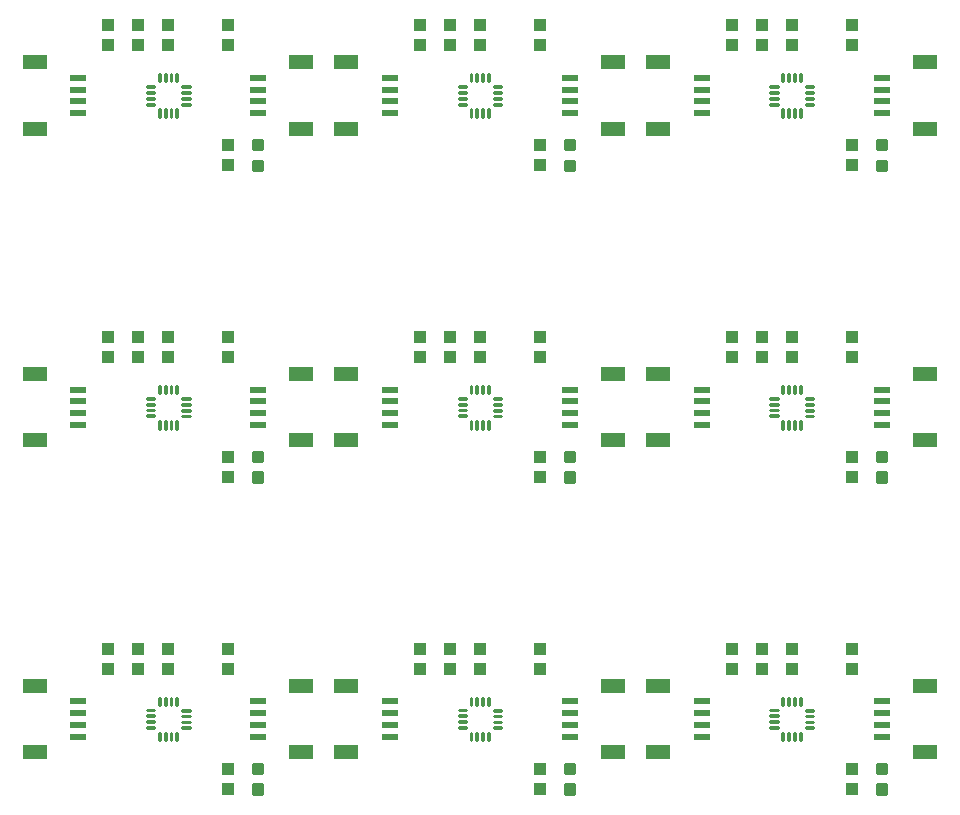
<source format=gtp>
G04 EAGLE Gerber RS-274X export*
G75*
%MOMM*%
%FSLAX34Y34*%
%LPD*%
%INSolderpaste Top*%
%IPPOS*%
%AMOC8*
5,1,8,0,0,1.08239X$1,22.5*%
G01*
%ADD10R,1.000000X1.100000*%
%ADD11C,0.300000*%
%ADD12R,2.000000X1.200000*%
%ADD13R,1.350000X0.600000*%
%ADD14C,0.225000*%


D10*
X177800Y186300D03*
X177800Y169300D03*
X127000Y169300D03*
X127000Y186300D03*
D11*
X199700Y70930D02*
X206700Y70930D01*
X206700Y63930D01*
X199700Y63930D01*
X199700Y70930D01*
X199700Y66780D02*
X206700Y66780D01*
X206700Y69630D02*
X199700Y69630D01*
X199700Y88470D02*
X206700Y88470D01*
X206700Y81470D01*
X199700Y81470D01*
X199700Y88470D01*
X199700Y84320D02*
X206700Y84320D01*
X206700Y87170D02*
X199700Y87170D01*
D12*
X239950Y99000D03*
X239950Y155000D03*
D13*
X203200Y112000D03*
X203200Y122000D03*
X203200Y132000D03*
X203200Y142000D03*
D12*
X14050Y155000D03*
X14050Y99000D03*
D13*
X50800Y142000D03*
X50800Y132000D03*
X50800Y122000D03*
X50800Y112000D03*
D10*
X177800Y84700D03*
X177800Y67700D03*
D14*
X119085Y108895D02*
X119085Y115145D01*
X119835Y115145D01*
X119835Y108895D01*
X119085Y108895D01*
X119085Y111032D02*
X119835Y111032D01*
X119835Y113169D02*
X119085Y113169D01*
X124085Y115145D02*
X124085Y108895D01*
X124085Y115145D02*
X124835Y115145D01*
X124835Y108895D01*
X124085Y108895D01*
X124085Y111032D02*
X124835Y111032D01*
X124835Y113169D02*
X124085Y113169D01*
X129085Y115145D02*
X129085Y108895D01*
X129085Y115145D02*
X129835Y115145D01*
X129835Y108895D01*
X129085Y108895D01*
X129085Y111032D02*
X129835Y111032D01*
X129835Y113169D02*
X129085Y113169D01*
X134085Y115145D02*
X134085Y108895D01*
X134085Y115145D02*
X134835Y115145D01*
X134835Y108895D01*
X134085Y108895D01*
X134085Y111032D02*
X134835Y111032D01*
X134835Y113169D02*
X134085Y113169D01*
X138955Y119915D02*
X145205Y119915D01*
X145205Y119165D01*
X138955Y119165D01*
X138955Y119915D01*
X138955Y124915D02*
X145205Y124915D01*
X145205Y124165D01*
X138955Y124165D01*
X138955Y124915D01*
X138955Y129915D02*
X145205Y129915D01*
X145205Y129165D01*
X138955Y129165D01*
X138955Y129915D01*
X138955Y134915D02*
X145205Y134915D01*
X145205Y134165D01*
X138955Y134165D01*
X138955Y134915D01*
X134835Y138935D02*
X134835Y145185D01*
X134835Y138935D02*
X134085Y138935D01*
X134085Y145185D01*
X134835Y145185D01*
X134835Y141072D02*
X134085Y141072D01*
X134085Y143209D02*
X134835Y143209D01*
X129835Y145185D02*
X129835Y138935D01*
X129085Y138935D01*
X129085Y145185D01*
X129835Y145185D01*
X129835Y141072D02*
X129085Y141072D01*
X129085Y143209D02*
X129835Y143209D01*
X124835Y145185D02*
X124835Y138935D01*
X124085Y138935D01*
X124085Y145185D01*
X124835Y145185D01*
X124835Y141072D02*
X124085Y141072D01*
X124085Y143209D02*
X124835Y143209D01*
X119835Y145185D02*
X119835Y138935D01*
X119085Y138935D01*
X119085Y145185D01*
X119835Y145185D01*
X119835Y141072D02*
X119085Y141072D01*
X119085Y143209D02*
X119835Y143209D01*
X115165Y134265D02*
X108915Y134265D01*
X108915Y135015D01*
X115165Y135015D01*
X115165Y134265D01*
X115165Y129265D02*
X108915Y129265D01*
X108915Y130015D01*
X115165Y130015D01*
X115165Y129265D01*
X115165Y124265D02*
X108915Y124265D01*
X108915Y125015D01*
X115165Y125015D01*
X115165Y124265D01*
X115165Y119265D02*
X108915Y119265D01*
X108915Y120015D01*
X115165Y120015D01*
X115165Y119265D01*
D10*
X76200Y186300D03*
X76200Y169300D03*
X101600Y169300D03*
X101600Y186300D03*
X441808Y186300D03*
X441808Y169300D03*
X391008Y169300D03*
X391008Y186300D03*
D11*
X463708Y70930D02*
X470708Y70930D01*
X470708Y63930D01*
X463708Y63930D01*
X463708Y70930D01*
X463708Y66780D02*
X470708Y66780D01*
X470708Y69630D02*
X463708Y69630D01*
X463708Y88470D02*
X470708Y88470D01*
X470708Y81470D01*
X463708Y81470D01*
X463708Y88470D01*
X463708Y84320D02*
X470708Y84320D01*
X470708Y87170D02*
X463708Y87170D01*
D12*
X503958Y99000D03*
X503958Y155000D03*
D13*
X467208Y112000D03*
X467208Y122000D03*
X467208Y132000D03*
X467208Y142000D03*
D12*
X278058Y155000D03*
X278058Y99000D03*
D13*
X314808Y142000D03*
X314808Y132000D03*
X314808Y122000D03*
X314808Y112000D03*
D10*
X441808Y84700D03*
X441808Y67700D03*
D14*
X383093Y108895D02*
X383093Y115145D01*
X383843Y115145D01*
X383843Y108895D01*
X383093Y108895D01*
X383093Y111032D02*
X383843Y111032D01*
X383843Y113169D02*
X383093Y113169D01*
X388093Y115145D02*
X388093Y108895D01*
X388093Y115145D02*
X388843Y115145D01*
X388843Y108895D01*
X388093Y108895D01*
X388093Y111032D02*
X388843Y111032D01*
X388843Y113169D02*
X388093Y113169D01*
X393093Y115145D02*
X393093Y108895D01*
X393093Y115145D02*
X393843Y115145D01*
X393843Y108895D01*
X393093Y108895D01*
X393093Y111032D02*
X393843Y111032D01*
X393843Y113169D02*
X393093Y113169D01*
X398093Y115145D02*
X398093Y108895D01*
X398093Y115145D02*
X398843Y115145D01*
X398843Y108895D01*
X398093Y108895D01*
X398093Y111032D02*
X398843Y111032D01*
X398843Y113169D02*
X398093Y113169D01*
X402963Y119915D02*
X409213Y119915D01*
X409213Y119165D01*
X402963Y119165D01*
X402963Y119915D01*
X402963Y124915D02*
X409213Y124915D01*
X409213Y124165D01*
X402963Y124165D01*
X402963Y124915D01*
X402963Y129915D02*
X409213Y129915D01*
X409213Y129165D01*
X402963Y129165D01*
X402963Y129915D01*
X402963Y134915D02*
X409213Y134915D01*
X409213Y134165D01*
X402963Y134165D01*
X402963Y134915D01*
X398843Y138935D02*
X398843Y145185D01*
X398843Y138935D02*
X398093Y138935D01*
X398093Y145185D01*
X398843Y145185D01*
X398843Y141072D02*
X398093Y141072D01*
X398093Y143209D02*
X398843Y143209D01*
X393843Y145185D02*
X393843Y138935D01*
X393093Y138935D01*
X393093Y145185D01*
X393843Y145185D01*
X393843Y141072D02*
X393093Y141072D01*
X393093Y143209D02*
X393843Y143209D01*
X388843Y145185D02*
X388843Y138935D01*
X388093Y138935D01*
X388093Y145185D01*
X388843Y145185D01*
X388843Y141072D02*
X388093Y141072D01*
X388093Y143209D02*
X388843Y143209D01*
X383843Y145185D02*
X383843Y138935D01*
X383093Y138935D01*
X383093Y145185D01*
X383843Y145185D01*
X383843Y141072D02*
X383093Y141072D01*
X383093Y143209D02*
X383843Y143209D01*
X379173Y134265D02*
X372923Y134265D01*
X372923Y135015D01*
X379173Y135015D01*
X379173Y134265D01*
X379173Y129265D02*
X372923Y129265D01*
X372923Y130015D01*
X379173Y130015D01*
X379173Y129265D01*
X379173Y124265D02*
X372923Y124265D01*
X372923Y125015D01*
X379173Y125015D01*
X379173Y124265D01*
X379173Y119265D02*
X372923Y119265D01*
X372923Y120015D01*
X379173Y120015D01*
X379173Y119265D01*
D10*
X340208Y186300D03*
X340208Y169300D03*
X365608Y169300D03*
X365608Y186300D03*
X705790Y186300D03*
X705790Y169300D03*
X654990Y169300D03*
X654990Y186300D03*
D11*
X727690Y70930D02*
X734690Y70930D01*
X734690Y63930D01*
X727690Y63930D01*
X727690Y70930D01*
X727690Y66780D02*
X734690Y66780D01*
X734690Y69630D02*
X727690Y69630D01*
X727690Y88470D02*
X734690Y88470D01*
X734690Y81470D01*
X727690Y81470D01*
X727690Y88470D01*
X727690Y84320D02*
X734690Y84320D01*
X734690Y87170D02*
X727690Y87170D01*
D12*
X767940Y99000D03*
X767940Y155000D03*
D13*
X731190Y112000D03*
X731190Y122000D03*
X731190Y132000D03*
X731190Y142000D03*
D12*
X542040Y155000D03*
X542040Y99000D03*
D13*
X578790Y142000D03*
X578790Y132000D03*
X578790Y122000D03*
X578790Y112000D03*
D10*
X705790Y84700D03*
X705790Y67700D03*
D14*
X647075Y108895D02*
X647075Y115145D01*
X647825Y115145D01*
X647825Y108895D01*
X647075Y108895D01*
X647075Y111032D02*
X647825Y111032D01*
X647825Y113169D02*
X647075Y113169D01*
X652075Y115145D02*
X652075Y108895D01*
X652075Y115145D02*
X652825Y115145D01*
X652825Y108895D01*
X652075Y108895D01*
X652075Y111032D02*
X652825Y111032D01*
X652825Y113169D02*
X652075Y113169D01*
X657075Y115145D02*
X657075Y108895D01*
X657075Y115145D02*
X657825Y115145D01*
X657825Y108895D01*
X657075Y108895D01*
X657075Y111032D02*
X657825Y111032D01*
X657825Y113169D02*
X657075Y113169D01*
X662075Y115145D02*
X662075Y108895D01*
X662075Y115145D02*
X662825Y115145D01*
X662825Y108895D01*
X662075Y108895D01*
X662075Y111032D02*
X662825Y111032D01*
X662825Y113169D02*
X662075Y113169D01*
X666945Y119915D02*
X673195Y119915D01*
X673195Y119165D01*
X666945Y119165D01*
X666945Y119915D01*
X666945Y124915D02*
X673195Y124915D01*
X673195Y124165D01*
X666945Y124165D01*
X666945Y124915D01*
X666945Y129915D02*
X673195Y129915D01*
X673195Y129165D01*
X666945Y129165D01*
X666945Y129915D01*
X666945Y134915D02*
X673195Y134915D01*
X673195Y134165D01*
X666945Y134165D01*
X666945Y134915D01*
X662825Y138935D02*
X662825Y145185D01*
X662825Y138935D02*
X662075Y138935D01*
X662075Y145185D01*
X662825Y145185D01*
X662825Y141072D02*
X662075Y141072D01*
X662075Y143209D02*
X662825Y143209D01*
X657825Y145185D02*
X657825Y138935D01*
X657075Y138935D01*
X657075Y145185D01*
X657825Y145185D01*
X657825Y141072D02*
X657075Y141072D01*
X657075Y143209D02*
X657825Y143209D01*
X652825Y145185D02*
X652825Y138935D01*
X652075Y138935D01*
X652075Y145185D01*
X652825Y145185D01*
X652825Y141072D02*
X652075Y141072D01*
X652075Y143209D02*
X652825Y143209D01*
X647825Y145185D02*
X647825Y138935D01*
X647075Y138935D01*
X647075Y145185D01*
X647825Y145185D01*
X647825Y141072D02*
X647075Y141072D01*
X647075Y143209D02*
X647825Y143209D01*
X643155Y134265D02*
X636905Y134265D01*
X636905Y135015D01*
X643155Y135015D01*
X643155Y134265D01*
X643155Y129265D02*
X636905Y129265D01*
X636905Y130015D01*
X643155Y130015D01*
X643155Y129265D01*
X643155Y124265D02*
X636905Y124265D01*
X636905Y125015D01*
X643155Y125015D01*
X643155Y124265D01*
X643155Y119265D02*
X636905Y119265D01*
X636905Y120015D01*
X643155Y120015D01*
X643155Y119265D01*
D10*
X604190Y186300D03*
X604190Y169300D03*
X629590Y169300D03*
X629590Y186300D03*
X177800Y450308D03*
X177800Y433308D03*
X127000Y433308D03*
X127000Y450308D03*
D11*
X199700Y334938D02*
X206700Y334938D01*
X206700Y327938D01*
X199700Y327938D01*
X199700Y334938D01*
X199700Y330788D02*
X206700Y330788D01*
X206700Y333638D02*
X199700Y333638D01*
X199700Y352478D02*
X206700Y352478D01*
X206700Y345478D01*
X199700Y345478D01*
X199700Y352478D01*
X199700Y348328D02*
X206700Y348328D01*
X206700Y351178D02*
X199700Y351178D01*
D12*
X239950Y363008D03*
X239950Y419008D03*
D13*
X203200Y376008D03*
X203200Y386008D03*
X203200Y396008D03*
X203200Y406008D03*
D12*
X14050Y419008D03*
X14050Y363008D03*
D13*
X50800Y406008D03*
X50800Y396008D03*
X50800Y386008D03*
X50800Y376008D03*
D10*
X177800Y348708D03*
X177800Y331708D03*
D14*
X119085Y372903D02*
X119085Y379153D01*
X119835Y379153D01*
X119835Y372903D01*
X119085Y372903D01*
X119085Y375040D02*
X119835Y375040D01*
X119835Y377177D02*
X119085Y377177D01*
X124085Y379153D02*
X124085Y372903D01*
X124085Y379153D02*
X124835Y379153D01*
X124835Y372903D01*
X124085Y372903D01*
X124085Y375040D02*
X124835Y375040D01*
X124835Y377177D02*
X124085Y377177D01*
X129085Y379153D02*
X129085Y372903D01*
X129085Y379153D02*
X129835Y379153D01*
X129835Y372903D01*
X129085Y372903D01*
X129085Y375040D02*
X129835Y375040D01*
X129835Y377177D02*
X129085Y377177D01*
X134085Y379153D02*
X134085Y372903D01*
X134085Y379153D02*
X134835Y379153D01*
X134835Y372903D01*
X134085Y372903D01*
X134085Y375040D02*
X134835Y375040D01*
X134835Y377177D02*
X134085Y377177D01*
X138955Y383923D02*
X145205Y383923D01*
X145205Y383173D01*
X138955Y383173D01*
X138955Y383923D01*
X138955Y388923D02*
X145205Y388923D01*
X145205Y388173D01*
X138955Y388173D01*
X138955Y388923D01*
X138955Y393923D02*
X145205Y393923D01*
X145205Y393173D01*
X138955Y393173D01*
X138955Y393923D01*
X138955Y398923D02*
X145205Y398923D01*
X145205Y398173D01*
X138955Y398173D01*
X138955Y398923D01*
X134835Y402943D02*
X134835Y409193D01*
X134835Y402943D02*
X134085Y402943D01*
X134085Y409193D01*
X134835Y409193D01*
X134835Y405080D02*
X134085Y405080D01*
X134085Y407217D02*
X134835Y407217D01*
X129835Y409193D02*
X129835Y402943D01*
X129085Y402943D01*
X129085Y409193D01*
X129835Y409193D01*
X129835Y405080D02*
X129085Y405080D01*
X129085Y407217D02*
X129835Y407217D01*
X124835Y409193D02*
X124835Y402943D01*
X124085Y402943D01*
X124085Y409193D01*
X124835Y409193D01*
X124835Y405080D02*
X124085Y405080D01*
X124085Y407217D02*
X124835Y407217D01*
X119835Y409193D02*
X119835Y402943D01*
X119085Y402943D01*
X119085Y409193D01*
X119835Y409193D01*
X119835Y405080D02*
X119085Y405080D01*
X119085Y407217D02*
X119835Y407217D01*
X115165Y398273D02*
X108915Y398273D01*
X108915Y399023D01*
X115165Y399023D01*
X115165Y398273D01*
X115165Y393273D02*
X108915Y393273D01*
X108915Y394023D01*
X115165Y394023D01*
X115165Y393273D01*
X115165Y388273D02*
X108915Y388273D01*
X108915Y389023D01*
X115165Y389023D01*
X115165Y388273D01*
X115165Y383273D02*
X108915Y383273D01*
X108915Y384023D01*
X115165Y384023D01*
X115165Y383273D01*
D10*
X76200Y450308D03*
X76200Y433308D03*
X101600Y433308D03*
X101600Y450308D03*
X441808Y450308D03*
X441808Y433308D03*
X391008Y433308D03*
X391008Y450308D03*
D11*
X463708Y334938D02*
X470708Y334938D01*
X470708Y327938D01*
X463708Y327938D01*
X463708Y334938D01*
X463708Y330788D02*
X470708Y330788D01*
X470708Y333638D02*
X463708Y333638D01*
X463708Y352478D02*
X470708Y352478D01*
X470708Y345478D01*
X463708Y345478D01*
X463708Y352478D01*
X463708Y348328D02*
X470708Y348328D01*
X470708Y351178D02*
X463708Y351178D01*
D12*
X503958Y363008D03*
X503958Y419008D03*
D13*
X467208Y376008D03*
X467208Y386008D03*
X467208Y396008D03*
X467208Y406008D03*
D12*
X278058Y419008D03*
X278058Y363008D03*
D13*
X314808Y406008D03*
X314808Y396008D03*
X314808Y386008D03*
X314808Y376008D03*
D10*
X441808Y348708D03*
X441808Y331708D03*
D14*
X383093Y372903D02*
X383093Y379153D01*
X383843Y379153D01*
X383843Y372903D01*
X383093Y372903D01*
X383093Y375040D02*
X383843Y375040D01*
X383843Y377177D02*
X383093Y377177D01*
X388093Y379153D02*
X388093Y372903D01*
X388093Y379153D02*
X388843Y379153D01*
X388843Y372903D01*
X388093Y372903D01*
X388093Y375040D02*
X388843Y375040D01*
X388843Y377177D02*
X388093Y377177D01*
X393093Y379153D02*
X393093Y372903D01*
X393093Y379153D02*
X393843Y379153D01*
X393843Y372903D01*
X393093Y372903D01*
X393093Y375040D02*
X393843Y375040D01*
X393843Y377177D02*
X393093Y377177D01*
X398093Y379153D02*
X398093Y372903D01*
X398093Y379153D02*
X398843Y379153D01*
X398843Y372903D01*
X398093Y372903D01*
X398093Y375040D02*
X398843Y375040D01*
X398843Y377177D02*
X398093Y377177D01*
X402963Y383923D02*
X409213Y383923D01*
X409213Y383173D01*
X402963Y383173D01*
X402963Y383923D01*
X402963Y388923D02*
X409213Y388923D01*
X409213Y388173D01*
X402963Y388173D01*
X402963Y388923D01*
X402963Y393923D02*
X409213Y393923D01*
X409213Y393173D01*
X402963Y393173D01*
X402963Y393923D01*
X402963Y398923D02*
X409213Y398923D01*
X409213Y398173D01*
X402963Y398173D01*
X402963Y398923D01*
X398843Y402943D02*
X398843Y409193D01*
X398843Y402943D02*
X398093Y402943D01*
X398093Y409193D01*
X398843Y409193D01*
X398843Y405080D02*
X398093Y405080D01*
X398093Y407217D02*
X398843Y407217D01*
X393843Y409193D02*
X393843Y402943D01*
X393093Y402943D01*
X393093Y409193D01*
X393843Y409193D01*
X393843Y405080D02*
X393093Y405080D01*
X393093Y407217D02*
X393843Y407217D01*
X388843Y409193D02*
X388843Y402943D01*
X388093Y402943D01*
X388093Y409193D01*
X388843Y409193D01*
X388843Y405080D02*
X388093Y405080D01*
X388093Y407217D02*
X388843Y407217D01*
X383843Y409193D02*
X383843Y402943D01*
X383093Y402943D01*
X383093Y409193D01*
X383843Y409193D01*
X383843Y405080D02*
X383093Y405080D01*
X383093Y407217D02*
X383843Y407217D01*
X379173Y398273D02*
X372923Y398273D01*
X372923Y399023D01*
X379173Y399023D01*
X379173Y398273D01*
X379173Y393273D02*
X372923Y393273D01*
X372923Y394023D01*
X379173Y394023D01*
X379173Y393273D01*
X379173Y388273D02*
X372923Y388273D01*
X372923Y389023D01*
X379173Y389023D01*
X379173Y388273D01*
X379173Y383273D02*
X372923Y383273D01*
X372923Y384023D01*
X379173Y384023D01*
X379173Y383273D01*
D10*
X340208Y450308D03*
X340208Y433308D03*
X365608Y433308D03*
X365608Y450308D03*
X705790Y450308D03*
X705790Y433308D03*
X654990Y433308D03*
X654990Y450308D03*
D11*
X727690Y334938D02*
X734690Y334938D01*
X734690Y327938D01*
X727690Y327938D01*
X727690Y334938D01*
X727690Y330788D02*
X734690Y330788D01*
X734690Y333638D02*
X727690Y333638D01*
X727690Y352478D02*
X734690Y352478D01*
X734690Y345478D01*
X727690Y345478D01*
X727690Y352478D01*
X727690Y348328D02*
X734690Y348328D01*
X734690Y351178D02*
X727690Y351178D01*
D12*
X767940Y363008D03*
X767940Y419008D03*
D13*
X731190Y376008D03*
X731190Y386008D03*
X731190Y396008D03*
X731190Y406008D03*
D12*
X542040Y419008D03*
X542040Y363008D03*
D13*
X578790Y406008D03*
X578790Y396008D03*
X578790Y386008D03*
X578790Y376008D03*
D10*
X705790Y348708D03*
X705790Y331708D03*
D14*
X647075Y372903D02*
X647075Y379153D01*
X647825Y379153D01*
X647825Y372903D01*
X647075Y372903D01*
X647075Y375040D02*
X647825Y375040D01*
X647825Y377177D02*
X647075Y377177D01*
X652075Y379153D02*
X652075Y372903D01*
X652075Y379153D02*
X652825Y379153D01*
X652825Y372903D01*
X652075Y372903D01*
X652075Y375040D02*
X652825Y375040D01*
X652825Y377177D02*
X652075Y377177D01*
X657075Y379153D02*
X657075Y372903D01*
X657075Y379153D02*
X657825Y379153D01*
X657825Y372903D01*
X657075Y372903D01*
X657075Y375040D02*
X657825Y375040D01*
X657825Y377177D02*
X657075Y377177D01*
X662075Y379153D02*
X662075Y372903D01*
X662075Y379153D02*
X662825Y379153D01*
X662825Y372903D01*
X662075Y372903D01*
X662075Y375040D02*
X662825Y375040D01*
X662825Y377177D02*
X662075Y377177D01*
X666945Y383923D02*
X673195Y383923D01*
X673195Y383173D01*
X666945Y383173D01*
X666945Y383923D01*
X666945Y388923D02*
X673195Y388923D01*
X673195Y388173D01*
X666945Y388173D01*
X666945Y388923D01*
X666945Y393923D02*
X673195Y393923D01*
X673195Y393173D01*
X666945Y393173D01*
X666945Y393923D01*
X666945Y398923D02*
X673195Y398923D01*
X673195Y398173D01*
X666945Y398173D01*
X666945Y398923D01*
X662825Y402943D02*
X662825Y409193D01*
X662825Y402943D02*
X662075Y402943D01*
X662075Y409193D01*
X662825Y409193D01*
X662825Y405080D02*
X662075Y405080D01*
X662075Y407217D02*
X662825Y407217D01*
X657825Y409193D02*
X657825Y402943D01*
X657075Y402943D01*
X657075Y409193D01*
X657825Y409193D01*
X657825Y405080D02*
X657075Y405080D01*
X657075Y407217D02*
X657825Y407217D01*
X652825Y409193D02*
X652825Y402943D01*
X652075Y402943D01*
X652075Y409193D01*
X652825Y409193D01*
X652825Y405080D02*
X652075Y405080D01*
X652075Y407217D02*
X652825Y407217D01*
X647825Y409193D02*
X647825Y402943D01*
X647075Y402943D01*
X647075Y409193D01*
X647825Y409193D01*
X647825Y405080D02*
X647075Y405080D01*
X647075Y407217D02*
X647825Y407217D01*
X643155Y398273D02*
X636905Y398273D01*
X636905Y399023D01*
X643155Y399023D01*
X643155Y398273D01*
X643155Y393273D02*
X636905Y393273D01*
X636905Y394023D01*
X643155Y394023D01*
X643155Y393273D01*
X643155Y388273D02*
X636905Y388273D01*
X636905Y389023D01*
X643155Y389023D01*
X643155Y388273D01*
X643155Y383273D02*
X636905Y383273D01*
X636905Y384023D01*
X643155Y384023D01*
X643155Y383273D01*
D10*
X604190Y450308D03*
X604190Y433308D03*
X629590Y433308D03*
X629590Y450308D03*
X177800Y714290D03*
X177800Y697290D03*
X127000Y697290D03*
X127000Y714290D03*
D11*
X199700Y598920D02*
X206700Y598920D01*
X206700Y591920D01*
X199700Y591920D01*
X199700Y598920D01*
X199700Y594770D02*
X206700Y594770D01*
X206700Y597620D02*
X199700Y597620D01*
X199700Y616460D02*
X206700Y616460D01*
X206700Y609460D01*
X199700Y609460D01*
X199700Y616460D01*
X199700Y612310D02*
X206700Y612310D01*
X206700Y615160D02*
X199700Y615160D01*
D12*
X239950Y626990D03*
X239950Y682990D03*
D13*
X203200Y639990D03*
X203200Y649990D03*
X203200Y659990D03*
X203200Y669990D03*
D12*
X14050Y682990D03*
X14050Y626990D03*
D13*
X50800Y669990D03*
X50800Y659990D03*
X50800Y649990D03*
X50800Y639990D03*
D10*
X177800Y612690D03*
X177800Y595690D03*
D14*
X119085Y636885D02*
X119085Y643135D01*
X119835Y643135D01*
X119835Y636885D01*
X119085Y636885D01*
X119085Y639022D02*
X119835Y639022D01*
X119835Y641159D02*
X119085Y641159D01*
X124085Y643135D02*
X124085Y636885D01*
X124085Y643135D02*
X124835Y643135D01*
X124835Y636885D01*
X124085Y636885D01*
X124085Y639022D02*
X124835Y639022D01*
X124835Y641159D02*
X124085Y641159D01*
X129085Y643135D02*
X129085Y636885D01*
X129085Y643135D02*
X129835Y643135D01*
X129835Y636885D01*
X129085Y636885D01*
X129085Y639022D02*
X129835Y639022D01*
X129835Y641159D02*
X129085Y641159D01*
X134085Y643135D02*
X134085Y636885D01*
X134085Y643135D02*
X134835Y643135D01*
X134835Y636885D01*
X134085Y636885D01*
X134085Y639022D02*
X134835Y639022D01*
X134835Y641159D02*
X134085Y641159D01*
X138955Y647905D02*
X145205Y647905D01*
X145205Y647155D01*
X138955Y647155D01*
X138955Y647905D01*
X138955Y652905D02*
X145205Y652905D01*
X145205Y652155D01*
X138955Y652155D01*
X138955Y652905D01*
X138955Y657905D02*
X145205Y657905D01*
X145205Y657155D01*
X138955Y657155D01*
X138955Y657905D01*
X138955Y662905D02*
X145205Y662905D01*
X145205Y662155D01*
X138955Y662155D01*
X138955Y662905D01*
X134835Y666925D02*
X134835Y673175D01*
X134835Y666925D02*
X134085Y666925D01*
X134085Y673175D01*
X134835Y673175D01*
X134835Y669062D02*
X134085Y669062D01*
X134085Y671199D02*
X134835Y671199D01*
X129835Y673175D02*
X129835Y666925D01*
X129085Y666925D01*
X129085Y673175D01*
X129835Y673175D01*
X129835Y669062D02*
X129085Y669062D01*
X129085Y671199D02*
X129835Y671199D01*
X124835Y673175D02*
X124835Y666925D01*
X124085Y666925D01*
X124085Y673175D01*
X124835Y673175D01*
X124835Y669062D02*
X124085Y669062D01*
X124085Y671199D02*
X124835Y671199D01*
X119835Y673175D02*
X119835Y666925D01*
X119085Y666925D01*
X119085Y673175D01*
X119835Y673175D01*
X119835Y669062D02*
X119085Y669062D01*
X119085Y671199D02*
X119835Y671199D01*
X115165Y662255D02*
X108915Y662255D01*
X108915Y663005D01*
X115165Y663005D01*
X115165Y662255D01*
X115165Y657255D02*
X108915Y657255D01*
X108915Y658005D01*
X115165Y658005D01*
X115165Y657255D01*
X115165Y652255D02*
X108915Y652255D01*
X108915Y653005D01*
X115165Y653005D01*
X115165Y652255D01*
X115165Y647255D02*
X108915Y647255D01*
X108915Y648005D01*
X115165Y648005D01*
X115165Y647255D01*
D10*
X76200Y714290D03*
X76200Y697290D03*
X101600Y697290D03*
X101600Y714290D03*
X441808Y714290D03*
X441808Y697290D03*
X391008Y697290D03*
X391008Y714290D03*
D11*
X463708Y598920D02*
X470708Y598920D01*
X470708Y591920D01*
X463708Y591920D01*
X463708Y598920D01*
X463708Y594770D02*
X470708Y594770D01*
X470708Y597620D02*
X463708Y597620D01*
X463708Y616460D02*
X470708Y616460D01*
X470708Y609460D01*
X463708Y609460D01*
X463708Y616460D01*
X463708Y612310D02*
X470708Y612310D01*
X470708Y615160D02*
X463708Y615160D01*
D12*
X503958Y626990D03*
X503958Y682990D03*
D13*
X467208Y639990D03*
X467208Y649990D03*
X467208Y659990D03*
X467208Y669990D03*
D12*
X278058Y682990D03*
X278058Y626990D03*
D13*
X314808Y669990D03*
X314808Y659990D03*
X314808Y649990D03*
X314808Y639990D03*
D10*
X441808Y612690D03*
X441808Y595690D03*
D14*
X383093Y636885D02*
X383093Y643135D01*
X383843Y643135D01*
X383843Y636885D01*
X383093Y636885D01*
X383093Y639022D02*
X383843Y639022D01*
X383843Y641159D02*
X383093Y641159D01*
X388093Y643135D02*
X388093Y636885D01*
X388093Y643135D02*
X388843Y643135D01*
X388843Y636885D01*
X388093Y636885D01*
X388093Y639022D02*
X388843Y639022D01*
X388843Y641159D02*
X388093Y641159D01*
X393093Y643135D02*
X393093Y636885D01*
X393093Y643135D02*
X393843Y643135D01*
X393843Y636885D01*
X393093Y636885D01*
X393093Y639022D02*
X393843Y639022D01*
X393843Y641159D02*
X393093Y641159D01*
X398093Y643135D02*
X398093Y636885D01*
X398093Y643135D02*
X398843Y643135D01*
X398843Y636885D01*
X398093Y636885D01*
X398093Y639022D02*
X398843Y639022D01*
X398843Y641159D02*
X398093Y641159D01*
X402963Y647905D02*
X409213Y647905D01*
X409213Y647155D01*
X402963Y647155D01*
X402963Y647905D01*
X402963Y652905D02*
X409213Y652905D01*
X409213Y652155D01*
X402963Y652155D01*
X402963Y652905D01*
X402963Y657905D02*
X409213Y657905D01*
X409213Y657155D01*
X402963Y657155D01*
X402963Y657905D01*
X402963Y662905D02*
X409213Y662905D01*
X409213Y662155D01*
X402963Y662155D01*
X402963Y662905D01*
X398843Y666925D02*
X398843Y673175D01*
X398843Y666925D02*
X398093Y666925D01*
X398093Y673175D01*
X398843Y673175D01*
X398843Y669062D02*
X398093Y669062D01*
X398093Y671199D02*
X398843Y671199D01*
X393843Y673175D02*
X393843Y666925D01*
X393093Y666925D01*
X393093Y673175D01*
X393843Y673175D01*
X393843Y669062D02*
X393093Y669062D01*
X393093Y671199D02*
X393843Y671199D01*
X388843Y673175D02*
X388843Y666925D01*
X388093Y666925D01*
X388093Y673175D01*
X388843Y673175D01*
X388843Y669062D02*
X388093Y669062D01*
X388093Y671199D02*
X388843Y671199D01*
X383843Y673175D02*
X383843Y666925D01*
X383093Y666925D01*
X383093Y673175D01*
X383843Y673175D01*
X383843Y669062D02*
X383093Y669062D01*
X383093Y671199D02*
X383843Y671199D01*
X379173Y662255D02*
X372923Y662255D01*
X372923Y663005D01*
X379173Y663005D01*
X379173Y662255D01*
X379173Y657255D02*
X372923Y657255D01*
X372923Y658005D01*
X379173Y658005D01*
X379173Y657255D01*
X379173Y652255D02*
X372923Y652255D01*
X372923Y653005D01*
X379173Y653005D01*
X379173Y652255D01*
X379173Y647255D02*
X372923Y647255D01*
X372923Y648005D01*
X379173Y648005D01*
X379173Y647255D01*
D10*
X340208Y714290D03*
X340208Y697290D03*
X365608Y697290D03*
X365608Y714290D03*
X705790Y714290D03*
X705790Y697290D03*
X654990Y697290D03*
X654990Y714290D03*
D11*
X727690Y598920D02*
X734690Y598920D01*
X734690Y591920D01*
X727690Y591920D01*
X727690Y598920D01*
X727690Y594770D02*
X734690Y594770D01*
X734690Y597620D02*
X727690Y597620D01*
X727690Y616460D02*
X734690Y616460D01*
X734690Y609460D01*
X727690Y609460D01*
X727690Y616460D01*
X727690Y612310D02*
X734690Y612310D01*
X734690Y615160D02*
X727690Y615160D01*
D12*
X767940Y626990D03*
X767940Y682990D03*
D13*
X731190Y639990D03*
X731190Y649990D03*
X731190Y659990D03*
X731190Y669990D03*
D12*
X542040Y682990D03*
X542040Y626990D03*
D13*
X578790Y669990D03*
X578790Y659990D03*
X578790Y649990D03*
X578790Y639990D03*
D10*
X705790Y612690D03*
X705790Y595690D03*
D14*
X647075Y636885D02*
X647075Y643135D01*
X647825Y643135D01*
X647825Y636885D01*
X647075Y636885D01*
X647075Y639022D02*
X647825Y639022D01*
X647825Y641159D02*
X647075Y641159D01*
X652075Y643135D02*
X652075Y636885D01*
X652075Y643135D02*
X652825Y643135D01*
X652825Y636885D01*
X652075Y636885D01*
X652075Y639022D02*
X652825Y639022D01*
X652825Y641159D02*
X652075Y641159D01*
X657075Y643135D02*
X657075Y636885D01*
X657075Y643135D02*
X657825Y643135D01*
X657825Y636885D01*
X657075Y636885D01*
X657075Y639022D02*
X657825Y639022D01*
X657825Y641159D02*
X657075Y641159D01*
X662075Y643135D02*
X662075Y636885D01*
X662075Y643135D02*
X662825Y643135D01*
X662825Y636885D01*
X662075Y636885D01*
X662075Y639022D02*
X662825Y639022D01*
X662825Y641159D02*
X662075Y641159D01*
X666945Y647905D02*
X673195Y647905D01*
X673195Y647155D01*
X666945Y647155D01*
X666945Y647905D01*
X666945Y652905D02*
X673195Y652905D01*
X673195Y652155D01*
X666945Y652155D01*
X666945Y652905D01*
X666945Y657905D02*
X673195Y657905D01*
X673195Y657155D01*
X666945Y657155D01*
X666945Y657905D01*
X666945Y662905D02*
X673195Y662905D01*
X673195Y662155D01*
X666945Y662155D01*
X666945Y662905D01*
X662825Y666925D02*
X662825Y673175D01*
X662825Y666925D02*
X662075Y666925D01*
X662075Y673175D01*
X662825Y673175D01*
X662825Y669062D02*
X662075Y669062D01*
X662075Y671199D02*
X662825Y671199D01*
X657825Y673175D02*
X657825Y666925D01*
X657075Y666925D01*
X657075Y673175D01*
X657825Y673175D01*
X657825Y669062D02*
X657075Y669062D01*
X657075Y671199D02*
X657825Y671199D01*
X652825Y673175D02*
X652825Y666925D01*
X652075Y666925D01*
X652075Y673175D01*
X652825Y673175D01*
X652825Y669062D02*
X652075Y669062D01*
X652075Y671199D02*
X652825Y671199D01*
X647825Y673175D02*
X647825Y666925D01*
X647075Y666925D01*
X647075Y673175D01*
X647825Y673175D01*
X647825Y669062D02*
X647075Y669062D01*
X647075Y671199D02*
X647825Y671199D01*
X643155Y662255D02*
X636905Y662255D01*
X636905Y663005D01*
X643155Y663005D01*
X643155Y662255D01*
X643155Y657255D02*
X636905Y657255D01*
X636905Y658005D01*
X643155Y658005D01*
X643155Y657255D01*
X643155Y652255D02*
X636905Y652255D01*
X636905Y653005D01*
X643155Y653005D01*
X643155Y652255D01*
X643155Y647255D02*
X636905Y647255D01*
X636905Y648005D01*
X643155Y648005D01*
X643155Y647255D01*
D10*
X604190Y714290D03*
X604190Y697290D03*
X629590Y697290D03*
X629590Y714290D03*
M02*

</source>
